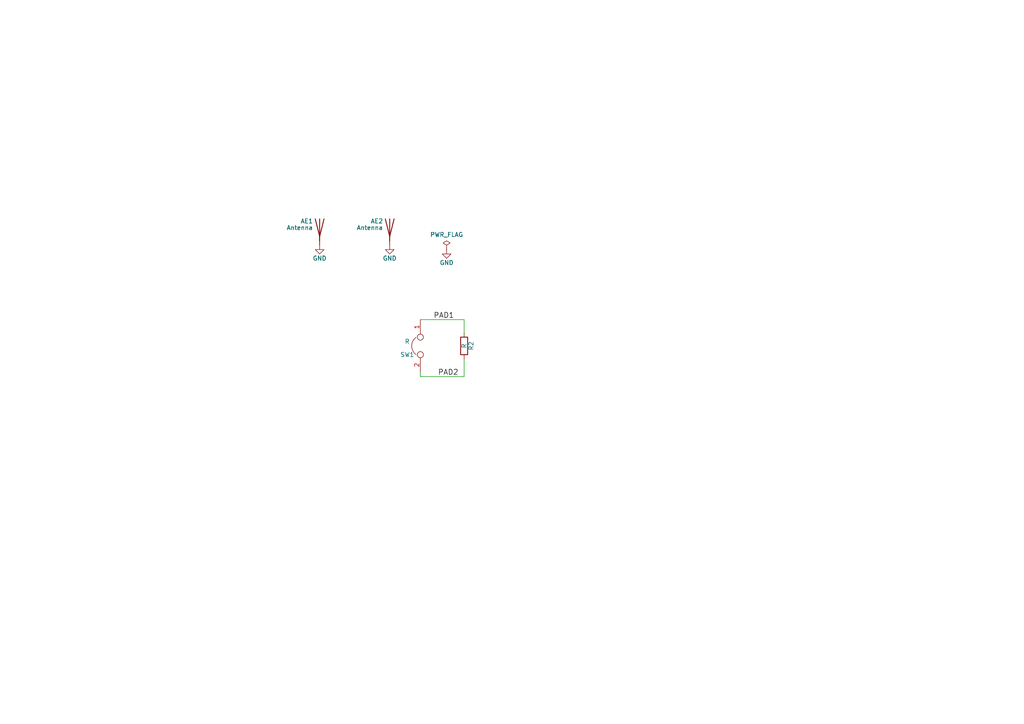
<source format=kicad_sch>
(kicad_sch (version 20230819) (generator eeschema)
  (paper "A4")
  (lib_symbols
    (symbol "custom_pads_schlib:Antenna" (pin_numbers hide) (pin_names (offset 1.016) hide)
      (property "Reference" "AE" (at -1.905 1.905 0))
      (property "Value" "Antenna" (at -1.905 0 0))
      (symbol "Antenna_0_1"
        (polyline (pts (xy 0 2.54) (xy 0 -3.81)) (stroke (width 0.254)))
        (polyline (pts (xy 1.27 2.54) (xy 0 -2.54) (xy -1.27 2.54)) (stroke (width 0.254)))
      )
      (symbol "Antenna_1_1"
        (pin input line (at 0 -5.08 90) (length 2.54) (name "A") (number "1"))
      )
    )
    (symbol "custom_pads_schlib:GND" (power) (pin_names (offset 0))
      (property "Value" "GND" (at 0 -3.81 0))
      (symbol "GND_0_1"
        (polyline (pts (xy 0 0) (xy 0 -1.27) (xy 1.27 -1.27) (xy 0 -2.54) (xy -1.27 -1.27) (xy 0 -1.27)))
      )
      (symbol "GND_1_1"
        (pin power_in line (at 0 0 270) (length 0) hide (name "GND") (number "1"))
      )
    )
    (symbol "custom_pads_schlib:Jumper-device" (pin_names (offset 0.762) hide)
      (property "Reference" "JP" (at 0 3.81 0))
      (property "Value" "Jumper-device" (at 0 -2.032 0))
      (symbol "Jumper-device_0_1"
        (circle (center -2.54 0) (radius 0.889))
        (arc (start 2.5146 1.27) (mid 0.0078 2.5097) (end -2.4892 1.27))
        (circle (center 2.54 0) (radius 0.889))
        (pin passive line (at -7.62 0 0) (length 4.191) (name "1") (number "1"))
        (pin passive line (at 7.62 0 180) (length 4.191) (name "2") (number "2"))
      )
    )
    (symbol "custom_pads_schlib:R" (pin_numbers hide) (pin_names (offset 0))
      (property "Reference" "R" (at 2.032 0 90))
      (property "Value" "R" (at 0 0 90))
      (symbol "R_0_1"
        (rectangle (start -1.016 -2.54) (end 1.016 2.54) (stroke (width 0.254)))
      )
      (symbol "R_1_1"
        (pin passive line (at 0 3.81 270) (length 1.27) (name "~") (number "1"))
        (pin passive line (at 0 -3.81 90) (length 1.27) (name "~") (number "2"))
      )
    )
    (symbol "power:PWR_FLAG" (power) (pin_numbers hide) (pin_names (offset 0) hide)
      (property "Value" "PWR_FLAG" (at 0 3.81 0))
      (symbol "PWR_FLAG_0_0"
        (pin power_out line (at 0 0 90) (length 0) (name "pwr") (number "1"))
      )
      (symbol "PWR_FLAG_0_1"
        (polyline (pts (xy 0 0) (xy 0 1.27) (xy -1.016 1.905) (xy 0 2.54) (xy 1.016 1.905) (xy 0 1.27)))
      )
    )
  )
  (wire (pts (xy 134.62 92.71) (xy 134.62 96.52)))
  (wire (pts (xy 134.62 104.14) (xy 134.62 109.22)))
  (wire (pts (xy 121.92 92.71) (xy 134.62 92.71)))
  (wire (pts (xy 121.92 109.22) (xy 121.92 107.95)))
  (wire (pts (xy 121.92 109.22) (xy 134.62 109.22)))
  (label "PAD2" (at 127 109.22 0) (effects (font (size 1.524 1.524))))
  (label "PAD1" (at 125.73 92.71 0) (effects (font (size 1.524 1.524))))
  (symbol (lib_id "custom_pads_schlib:Jumper-device") (at 121.92 100.33 90) (mirror x) (unit 1)
    (property "Reference" "SW1" (at 118.11 102.87 90))
    (property "Value" "R" (at 118.11 99.06 90))
  )
  (symbol (lib_id "custom_pads_schlib:R") (at 134.62 100.33 0) (unit 1)
    (property "Reference" "R2" (at 136.652 100.33 90))
    (property "Value" "R" (at 134.62 100.33 90))
  )
  (symbol (lib_id "custom_pads_schlib:Antenna") (at 92.71 66.04 0) (unit 1)
    (property "Reference" "AE1" (at 90.805 64.135 0) (effects (justify right)))
    (property "Value" "Antenna" (at 90.805 66.04 0) (effects (justify right)))
  )
  (symbol (lib_id "custom_pads_schlib:Antenna") (at 113.03 66.04 0) (unit 1)
    (property "Reference" "AE2" (at 111.125 64.135 0) (effects (justify right)))
    (property "Value" "Antenna" (at 111.125 66.04 0) (effects (justify right)))
  )
  (symbol (lib_id "custom_pads_schlib:GND") (at 92.71 71.12 0) (unit 1)
    (property "Reference" "#PWR0001" (effects hide))
    (property "Value" "GND" (at 92.71 74.93 0))
  )
  (symbol (lib_id "custom_pads_schlib:GND") (at 113.03 71.12 0) (unit 1)
    (property "Reference" "#PWR0002" (effects hide))
    (property "Value" "GND" (at 113.03 74.93 0))
  )
  (symbol (lib_id "custom_pads_schlib:GND") (at 129.54 72.39 0) (unit 1)
    (property "Reference" "#PWR000101" (effects hide))
    (property "Value" "GND" (at 129.54 76.2 0))
  )
  (symbol (lib_id "power:PWR_FLAG") (at 129.54 72.39 0) (unit 1)
    (property "Reference" "#FLG000101" (effects hide))
    (property "Value" "PWR_FLAG" (at 129.54 68.0656 0))
  )
)
</source>
